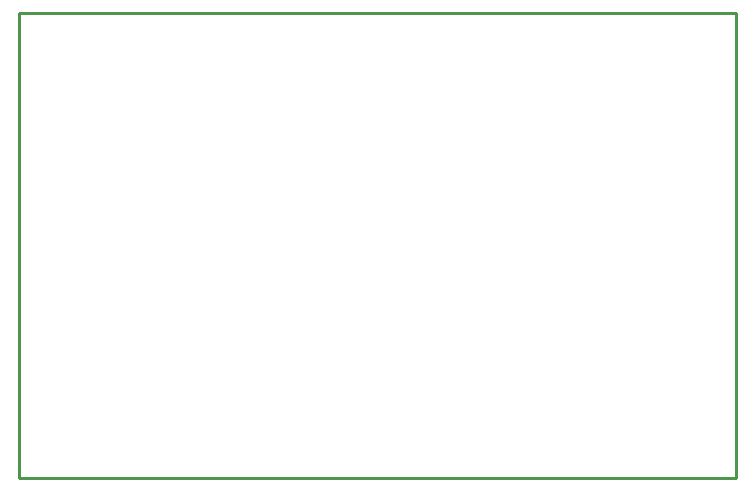
<source format=gbr>
G04 EAGLE Gerber RS-274X export*
G75*
%MOMM*%
%FSLAX34Y34*%
%LPD*%
%IN*%
%IPPOS*%
%AMOC8*
5,1,8,0,0,1.08239X$1,22.5*%
G01*
%ADD10C,0.254000*%


D10*
X76200Y266700D02*
X682500Y266700D01*
X682500Y660300D01*
X76200Y660300D01*
X76200Y266700D01*
M02*

</source>
